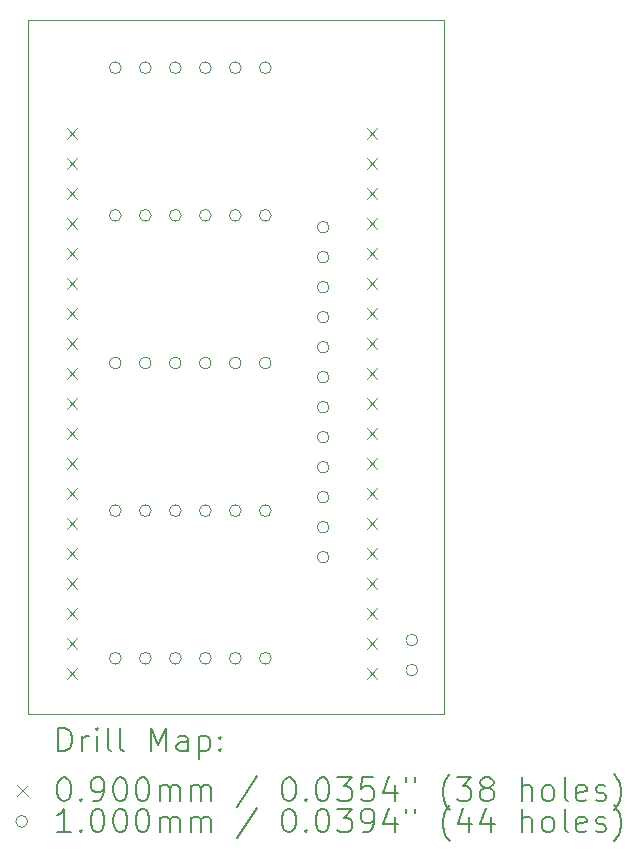
<source format=gbr>
%TF.GenerationSoftware,KiCad,Pcbnew,8.0.4-8.0.4-0~ubuntu24.04.1*%
%TF.CreationDate,2024-09-03T18:29:32+09:00*%
%TF.ProjectId,ESP32,45535033-322e-46b6-9963-61645f706362,rev?*%
%TF.SameCoordinates,Original*%
%TF.FileFunction,Drillmap*%
%TF.FilePolarity,Positive*%
%FSLAX45Y45*%
G04 Gerber Fmt 4.5, Leading zero omitted, Abs format (unit mm)*
G04 Created by KiCad (PCBNEW 8.0.4-8.0.4-0~ubuntu24.04.1) date 2024-09-03 18:29:32*
%MOMM*%
%LPD*%
G01*
G04 APERTURE LIST*
%ADD10C,0.050000*%
%ADD11C,0.200000*%
%ADD12C,0.100000*%
G04 APERTURE END LIST*
D10*
X14250000Y-7625000D02*
X17775000Y-7625000D01*
X17775000Y-13500000D01*
X14250000Y-13500000D01*
X14250000Y-7625000D01*
D11*
D12*
X14578500Y-8539500D02*
X14668500Y-8629500D01*
X14668500Y-8539500D02*
X14578500Y-8629500D01*
X14578500Y-8793500D02*
X14668500Y-8883500D01*
X14668500Y-8793500D02*
X14578500Y-8883500D01*
X14578500Y-9047500D02*
X14668500Y-9137500D01*
X14668500Y-9047500D02*
X14578500Y-9137500D01*
X14578500Y-9301500D02*
X14668500Y-9391500D01*
X14668500Y-9301500D02*
X14578500Y-9391500D01*
X14578500Y-9555500D02*
X14668500Y-9645500D01*
X14668500Y-9555500D02*
X14578500Y-9645500D01*
X14578500Y-9809500D02*
X14668500Y-9899500D01*
X14668500Y-9809500D02*
X14578500Y-9899500D01*
X14578500Y-10063500D02*
X14668500Y-10153500D01*
X14668500Y-10063500D02*
X14578500Y-10153500D01*
X14578500Y-10317500D02*
X14668500Y-10407500D01*
X14668500Y-10317500D02*
X14578500Y-10407500D01*
X14578500Y-10571500D02*
X14668500Y-10661500D01*
X14668500Y-10571500D02*
X14578500Y-10661500D01*
X14578500Y-10825500D02*
X14668500Y-10915500D01*
X14668500Y-10825500D02*
X14578500Y-10915500D01*
X14578500Y-11079500D02*
X14668500Y-11169500D01*
X14668500Y-11079500D02*
X14578500Y-11169500D01*
X14578500Y-11333500D02*
X14668500Y-11423500D01*
X14668500Y-11333500D02*
X14578500Y-11423500D01*
X14578500Y-11587500D02*
X14668500Y-11677500D01*
X14668500Y-11587500D02*
X14578500Y-11677500D01*
X14578500Y-11841500D02*
X14668500Y-11931500D01*
X14668500Y-11841500D02*
X14578500Y-11931500D01*
X14578500Y-12095500D02*
X14668500Y-12185500D01*
X14668500Y-12095500D02*
X14578500Y-12185500D01*
X14578500Y-12349500D02*
X14668500Y-12439500D01*
X14668500Y-12349500D02*
X14578500Y-12439500D01*
X14578500Y-12603500D02*
X14668500Y-12693500D01*
X14668500Y-12603500D02*
X14578500Y-12693500D01*
X14578500Y-12857500D02*
X14668500Y-12947500D01*
X14668500Y-12857500D02*
X14578500Y-12947500D01*
X14578500Y-13111500D02*
X14668500Y-13201500D01*
X14668500Y-13111500D02*
X14578500Y-13201500D01*
X17118500Y-8539500D02*
X17208500Y-8629500D01*
X17208500Y-8539500D02*
X17118500Y-8629500D01*
X17118500Y-8793500D02*
X17208500Y-8883500D01*
X17208500Y-8793500D02*
X17118500Y-8883500D01*
X17118500Y-9047500D02*
X17208500Y-9137500D01*
X17208500Y-9047500D02*
X17118500Y-9137500D01*
X17118500Y-9301500D02*
X17208500Y-9391500D01*
X17208500Y-9301500D02*
X17118500Y-9391500D01*
X17118500Y-9555500D02*
X17208500Y-9645500D01*
X17208500Y-9555500D02*
X17118500Y-9645500D01*
X17118500Y-9809500D02*
X17208500Y-9899500D01*
X17208500Y-9809500D02*
X17118500Y-9899500D01*
X17118500Y-10063500D02*
X17208500Y-10153500D01*
X17208500Y-10063500D02*
X17118500Y-10153500D01*
X17118500Y-10317500D02*
X17208500Y-10407500D01*
X17208500Y-10317500D02*
X17118500Y-10407500D01*
X17118500Y-10571500D02*
X17208500Y-10661500D01*
X17208500Y-10571500D02*
X17118500Y-10661500D01*
X17118500Y-10825500D02*
X17208500Y-10915500D01*
X17208500Y-10825500D02*
X17118500Y-10915500D01*
X17118500Y-11079500D02*
X17208500Y-11169500D01*
X17208500Y-11079500D02*
X17118500Y-11169500D01*
X17118500Y-11333500D02*
X17208500Y-11423500D01*
X17208500Y-11333500D02*
X17118500Y-11423500D01*
X17118500Y-11587500D02*
X17208500Y-11677500D01*
X17208500Y-11587500D02*
X17118500Y-11677500D01*
X17118500Y-11841500D02*
X17208500Y-11931500D01*
X17208500Y-11841500D02*
X17118500Y-11931500D01*
X17118500Y-12095500D02*
X17208500Y-12185500D01*
X17208500Y-12095500D02*
X17118500Y-12185500D01*
X17118500Y-12349500D02*
X17208500Y-12439500D01*
X17208500Y-12349500D02*
X17118500Y-12439500D01*
X17118500Y-12603500D02*
X17208500Y-12693500D01*
X17208500Y-12603500D02*
X17118500Y-12693500D01*
X17118500Y-12857500D02*
X17208500Y-12947500D01*
X17208500Y-12857500D02*
X17118500Y-12947500D01*
X17118500Y-13111500D02*
X17208500Y-13201500D01*
X17208500Y-13111500D02*
X17118500Y-13201500D01*
X15040000Y-8025000D02*
G75*
G02*
X14940000Y-8025000I-50000J0D01*
G01*
X14940000Y-8025000D02*
G75*
G02*
X15040000Y-8025000I50000J0D01*
G01*
X15040000Y-9275000D02*
G75*
G02*
X14940000Y-9275000I-50000J0D01*
G01*
X14940000Y-9275000D02*
G75*
G02*
X15040000Y-9275000I50000J0D01*
G01*
X15040000Y-10525000D02*
G75*
G02*
X14940000Y-10525000I-50000J0D01*
G01*
X14940000Y-10525000D02*
G75*
G02*
X15040000Y-10525000I50000J0D01*
G01*
X15040000Y-11775000D02*
G75*
G02*
X14940000Y-11775000I-50000J0D01*
G01*
X14940000Y-11775000D02*
G75*
G02*
X15040000Y-11775000I50000J0D01*
G01*
X15040000Y-13025000D02*
G75*
G02*
X14940000Y-13025000I-50000J0D01*
G01*
X14940000Y-13025000D02*
G75*
G02*
X15040000Y-13025000I50000J0D01*
G01*
X15294000Y-8025000D02*
G75*
G02*
X15194000Y-8025000I-50000J0D01*
G01*
X15194000Y-8025000D02*
G75*
G02*
X15294000Y-8025000I50000J0D01*
G01*
X15294000Y-9275000D02*
G75*
G02*
X15194000Y-9275000I-50000J0D01*
G01*
X15194000Y-9275000D02*
G75*
G02*
X15294000Y-9275000I50000J0D01*
G01*
X15294000Y-10525000D02*
G75*
G02*
X15194000Y-10525000I-50000J0D01*
G01*
X15194000Y-10525000D02*
G75*
G02*
X15294000Y-10525000I50000J0D01*
G01*
X15294000Y-11775000D02*
G75*
G02*
X15194000Y-11775000I-50000J0D01*
G01*
X15194000Y-11775000D02*
G75*
G02*
X15294000Y-11775000I50000J0D01*
G01*
X15294000Y-13025000D02*
G75*
G02*
X15194000Y-13025000I-50000J0D01*
G01*
X15194000Y-13025000D02*
G75*
G02*
X15294000Y-13025000I50000J0D01*
G01*
X15548000Y-8025000D02*
G75*
G02*
X15448000Y-8025000I-50000J0D01*
G01*
X15448000Y-8025000D02*
G75*
G02*
X15548000Y-8025000I50000J0D01*
G01*
X15548000Y-9275000D02*
G75*
G02*
X15448000Y-9275000I-50000J0D01*
G01*
X15448000Y-9275000D02*
G75*
G02*
X15548000Y-9275000I50000J0D01*
G01*
X15548000Y-10525000D02*
G75*
G02*
X15448000Y-10525000I-50000J0D01*
G01*
X15448000Y-10525000D02*
G75*
G02*
X15548000Y-10525000I50000J0D01*
G01*
X15548000Y-11775000D02*
G75*
G02*
X15448000Y-11775000I-50000J0D01*
G01*
X15448000Y-11775000D02*
G75*
G02*
X15548000Y-11775000I50000J0D01*
G01*
X15548000Y-13025000D02*
G75*
G02*
X15448000Y-13025000I-50000J0D01*
G01*
X15448000Y-13025000D02*
G75*
G02*
X15548000Y-13025000I50000J0D01*
G01*
X15802000Y-8025000D02*
G75*
G02*
X15702000Y-8025000I-50000J0D01*
G01*
X15702000Y-8025000D02*
G75*
G02*
X15802000Y-8025000I50000J0D01*
G01*
X15802000Y-9275000D02*
G75*
G02*
X15702000Y-9275000I-50000J0D01*
G01*
X15702000Y-9275000D02*
G75*
G02*
X15802000Y-9275000I50000J0D01*
G01*
X15802000Y-10525000D02*
G75*
G02*
X15702000Y-10525000I-50000J0D01*
G01*
X15702000Y-10525000D02*
G75*
G02*
X15802000Y-10525000I50000J0D01*
G01*
X15802000Y-11775000D02*
G75*
G02*
X15702000Y-11775000I-50000J0D01*
G01*
X15702000Y-11775000D02*
G75*
G02*
X15802000Y-11775000I50000J0D01*
G01*
X15802000Y-13025000D02*
G75*
G02*
X15702000Y-13025000I-50000J0D01*
G01*
X15702000Y-13025000D02*
G75*
G02*
X15802000Y-13025000I50000J0D01*
G01*
X16056000Y-8025000D02*
G75*
G02*
X15956000Y-8025000I-50000J0D01*
G01*
X15956000Y-8025000D02*
G75*
G02*
X16056000Y-8025000I50000J0D01*
G01*
X16056000Y-9275000D02*
G75*
G02*
X15956000Y-9275000I-50000J0D01*
G01*
X15956000Y-9275000D02*
G75*
G02*
X16056000Y-9275000I50000J0D01*
G01*
X16056000Y-10525000D02*
G75*
G02*
X15956000Y-10525000I-50000J0D01*
G01*
X15956000Y-10525000D02*
G75*
G02*
X16056000Y-10525000I50000J0D01*
G01*
X16056000Y-11775000D02*
G75*
G02*
X15956000Y-11775000I-50000J0D01*
G01*
X15956000Y-11775000D02*
G75*
G02*
X16056000Y-11775000I50000J0D01*
G01*
X16056000Y-13025000D02*
G75*
G02*
X15956000Y-13025000I-50000J0D01*
G01*
X15956000Y-13025000D02*
G75*
G02*
X16056000Y-13025000I50000J0D01*
G01*
X16310000Y-8025000D02*
G75*
G02*
X16210000Y-8025000I-50000J0D01*
G01*
X16210000Y-8025000D02*
G75*
G02*
X16310000Y-8025000I50000J0D01*
G01*
X16310000Y-9275000D02*
G75*
G02*
X16210000Y-9275000I-50000J0D01*
G01*
X16210000Y-9275000D02*
G75*
G02*
X16310000Y-9275000I50000J0D01*
G01*
X16310000Y-10525000D02*
G75*
G02*
X16210000Y-10525000I-50000J0D01*
G01*
X16210000Y-10525000D02*
G75*
G02*
X16310000Y-10525000I50000J0D01*
G01*
X16310000Y-11775000D02*
G75*
G02*
X16210000Y-11775000I-50000J0D01*
G01*
X16210000Y-11775000D02*
G75*
G02*
X16310000Y-11775000I50000J0D01*
G01*
X16310000Y-13025000D02*
G75*
G02*
X16210000Y-13025000I-50000J0D01*
G01*
X16210000Y-13025000D02*
G75*
G02*
X16310000Y-13025000I50000J0D01*
G01*
X16800000Y-9375000D02*
G75*
G02*
X16700000Y-9375000I-50000J0D01*
G01*
X16700000Y-9375000D02*
G75*
G02*
X16800000Y-9375000I50000J0D01*
G01*
X16800000Y-9629000D02*
G75*
G02*
X16700000Y-9629000I-50000J0D01*
G01*
X16700000Y-9629000D02*
G75*
G02*
X16800000Y-9629000I50000J0D01*
G01*
X16800000Y-9883000D02*
G75*
G02*
X16700000Y-9883000I-50000J0D01*
G01*
X16700000Y-9883000D02*
G75*
G02*
X16800000Y-9883000I50000J0D01*
G01*
X16800000Y-10137000D02*
G75*
G02*
X16700000Y-10137000I-50000J0D01*
G01*
X16700000Y-10137000D02*
G75*
G02*
X16800000Y-10137000I50000J0D01*
G01*
X16800000Y-10391000D02*
G75*
G02*
X16700000Y-10391000I-50000J0D01*
G01*
X16700000Y-10391000D02*
G75*
G02*
X16800000Y-10391000I50000J0D01*
G01*
X16800000Y-10645000D02*
G75*
G02*
X16700000Y-10645000I-50000J0D01*
G01*
X16700000Y-10645000D02*
G75*
G02*
X16800000Y-10645000I50000J0D01*
G01*
X16800000Y-10899000D02*
G75*
G02*
X16700000Y-10899000I-50000J0D01*
G01*
X16700000Y-10899000D02*
G75*
G02*
X16800000Y-10899000I50000J0D01*
G01*
X16800000Y-11153000D02*
G75*
G02*
X16700000Y-11153000I-50000J0D01*
G01*
X16700000Y-11153000D02*
G75*
G02*
X16800000Y-11153000I50000J0D01*
G01*
X16800000Y-11407000D02*
G75*
G02*
X16700000Y-11407000I-50000J0D01*
G01*
X16700000Y-11407000D02*
G75*
G02*
X16800000Y-11407000I50000J0D01*
G01*
X16800000Y-11661000D02*
G75*
G02*
X16700000Y-11661000I-50000J0D01*
G01*
X16700000Y-11661000D02*
G75*
G02*
X16800000Y-11661000I50000J0D01*
G01*
X16800000Y-11915000D02*
G75*
G02*
X16700000Y-11915000I-50000J0D01*
G01*
X16700000Y-11915000D02*
G75*
G02*
X16800000Y-11915000I50000J0D01*
G01*
X16800000Y-12169000D02*
G75*
G02*
X16700000Y-12169000I-50000J0D01*
G01*
X16700000Y-12169000D02*
G75*
G02*
X16800000Y-12169000I50000J0D01*
G01*
X17550000Y-12871000D02*
G75*
G02*
X17450000Y-12871000I-50000J0D01*
G01*
X17450000Y-12871000D02*
G75*
G02*
X17550000Y-12871000I50000J0D01*
G01*
X17550000Y-13125000D02*
G75*
G02*
X17450000Y-13125000I-50000J0D01*
G01*
X17450000Y-13125000D02*
G75*
G02*
X17550000Y-13125000I50000J0D01*
G01*
D11*
X14508277Y-13813984D02*
X14508277Y-13613984D01*
X14508277Y-13613984D02*
X14555896Y-13613984D01*
X14555896Y-13613984D02*
X14584467Y-13623508D01*
X14584467Y-13623508D02*
X14603515Y-13642555D01*
X14603515Y-13642555D02*
X14613039Y-13661603D01*
X14613039Y-13661603D02*
X14622562Y-13699698D01*
X14622562Y-13699698D02*
X14622562Y-13728269D01*
X14622562Y-13728269D02*
X14613039Y-13766365D01*
X14613039Y-13766365D02*
X14603515Y-13785412D01*
X14603515Y-13785412D02*
X14584467Y-13804460D01*
X14584467Y-13804460D02*
X14555896Y-13813984D01*
X14555896Y-13813984D02*
X14508277Y-13813984D01*
X14708277Y-13813984D02*
X14708277Y-13680650D01*
X14708277Y-13718746D02*
X14717801Y-13699698D01*
X14717801Y-13699698D02*
X14727324Y-13690174D01*
X14727324Y-13690174D02*
X14746372Y-13680650D01*
X14746372Y-13680650D02*
X14765420Y-13680650D01*
X14832086Y-13813984D02*
X14832086Y-13680650D01*
X14832086Y-13613984D02*
X14822562Y-13623508D01*
X14822562Y-13623508D02*
X14832086Y-13633031D01*
X14832086Y-13633031D02*
X14841610Y-13623508D01*
X14841610Y-13623508D02*
X14832086Y-13613984D01*
X14832086Y-13613984D02*
X14832086Y-13633031D01*
X14955896Y-13813984D02*
X14936848Y-13804460D01*
X14936848Y-13804460D02*
X14927324Y-13785412D01*
X14927324Y-13785412D02*
X14927324Y-13613984D01*
X15060658Y-13813984D02*
X15041610Y-13804460D01*
X15041610Y-13804460D02*
X15032086Y-13785412D01*
X15032086Y-13785412D02*
X15032086Y-13613984D01*
X15289229Y-13813984D02*
X15289229Y-13613984D01*
X15289229Y-13613984D02*
X15355896Y-13756841D01*
X15355896Y-13756841D02*
X15422562Y-13613984D01*
X15422562Y-13613984D02*
X15422562Y-13813984D01*
X15603515Y-13813984D02*
X15603515Y-13709222D01*
X15603515Y-13709222D02*
X15593991Y-13690174D01*
X15593991Y-13690174D02*
X15574943Y-13680650D01*
X15574943Y-13680650D02*
X15536848Y-13680650D01*
X15536848Y-13680650D02*
X15517801Y-13690174D01*
X15603515Y-13804460D02*
X15584467Y-13813984D01*
X15584467Y-13813984D02*
X15536848Y-13813984D01*
X15536848Y-13813984D02*
X15517801Y-13804460D01*
X15517801Y-13804460D02*
X15508277Y-13785412D01*
X15508277Y-13785412D02*
X15508277Y-13766365D01*
X15508277Y-13766365D02*
X15517801Y-13747317D01*
X15517801Y-13747317D02*
X15536848Y-13737793D01*
X15536848Y-13737793D02*
X15584467Y-13737793D01*
X15584467Y-13737793D02*
X15603515Y-13728269D01*
X15698753Y-13680650D02*
X15698753Y-13880650D01*
X15698753Y-13690174D02*
X15717801Y-13680650D01*
X15717801Y-13680650D02*
X15755896Y-13680650D01*
X15755896Y-13680650D02*
X15774943Y-13690174D01*
X15774943Y-13690174D02*
X15784467Y-13699698D01*
X15784467Y-13699698D02*
X15793991Y-13718746D01*
X15793991Y-13718746D02*
X15793991Y-13775888D01*
X15793991Y-13775888D02*
X15784467Y-13794936D01*
X15784467Y-13794936D02*
X15774943Y-13804460D01*
X15774943Y-13804460D02*
X15755896Y-13813984D01*
X15755896Y-13813984D02*
X15717801Y-13813984D01*
X15717801Y-13813984D02*
X15698753Y-13804460D01*
X15879705Y-13794936D02*
X15889229Y-13804460D01*
X15889229Y-13804460D02*
X15879705Y-13813984D01*
X15879705Y-13813984D02*
X15870182Y-13804460D01*
X15870182Y-13804460D02*
X15879705Y-13794936D01*
X15879705Y-13794936D02*
X15879705Y-13813984D01*
X15879705Y-13690174D02*
X15889229Y-13699698D01*
X15889229Y-13699698D02*
X15879705Y-13709222D01*
X15879705Y-13709222D02*
X15870182Y-13699698D01*
X15870182Y-13699698D02*
X15879705Y-13690174D01*
X15879705Y-13690174D02*
X15879705Y-13709222D01*
D12*
X14157500Y-14097500D02*
X14247500Y-14187500D01*
X14247500Y-14097500D02*
X14157500Y-14187500D01*
D11*
X14546372Y-14033984D02*
X14565420Y-14033984D01*
X14565420Y-14033984D02*
X14584467Y-14043508D01*
X14584467Y-14043508D02*
X14593991Y-14053031D01*
X14593991Y-14053031D02*
X14603515Y-14072079D01*
X14603515Y-14072079D02*
X14613039Y-14110174D01*
X14613039Y-14110174D02*
X14613039Y-14157793D01*
X14613039Y-14157793D02*
X14603515Y-14195888D01*
X14603515Y-14195888D02*
X14593991Y-14214936D01*
X14593991Y-14214936D02*
X14584467Y-14224460D01*
X14584467Y-14224460D02*
X14565420Y-14233984D01*
X14565420Y-14233984D02*
X14546372Y-14233984D01*
X14546372Y-14233984D02*
X14527324Y-14224460D01*
X14527324Y-14224460D02*
X14517801Y-14214936D01*
X14517801Y-14214936D02*
X14508277Y-14195888D01*
X14508277Y-14195888D02*
X14498753Y-14157793D01*
X14498753Y-14157793D02*
X14498753Y-14110174D01*
X14498753Y-14110174D02*
X14508277Y-14072079D01*
X14508277Y-14072079D02*
X14517801Y-14053031D01*
X14517801Y-14053031D02*
X14527324Y-14043508D01*
X14527324Y-14043508D02*
X14546372Y-14033984D01*
X14698753Y-14214936D02*
X14708277Y-14224460D01*
X14708277Y-14224460D02*
X14698753Y-14233984D01*
X14698753Y-14233984D02*
X14689229Y-14224460D01*
X14689229Y-14224460D02*
X14698753Y-14214936D01*
X14698753Y-14214936D02*
X14698753Y-14233984D01*
X14803515Y-14233984D02*
X14841610Y-14233984D01*
X14841610Y-14233984D02*
X14860658Y-14224460D01*
X14860658Y-14224460D02*
X14870182Y-14214936D01*
X14870182Y-14214936D02*
X14889229Y-14186365D01*
X14889229Y-14186365D02*
X14898753Y-14148269D01*
X14898753Y-14148269D02*
X14898753Y-14072079D01*
X14898753Y-14072079D02*
X14889229Y-14053031D01*
X14889229Y-14053031D02*
X14879705Y-14043508D01*
X14879705Y-14043508D02*
X14860658Y-14033984D01*
X14860658Y-14033984D02*
X14822562Y-14033984D01*
X14822562Y-14033984D02*
X14803515Y-14043508D01*
X14803515Y-14043508D02*
X14793991Y-14053031D01*
X14793991Y-14053031D02*
X14784467Y-14072079D01*
X14784467Y-14072079D02*
X14784467Y-14119698D01*
X14784467Y-14119698D02*
X14793991Y-14138746D01*
X14793991Y-14138746D02*
X14803515Y-14148269D01*
X14803515Y-14148269D02*
X14822562Y-14157793D01*
X14822562Y-14157793D02*
X14860658Y-14157793D01*
X14860658Y-14157793D02*
X14879705Y-14148269D01*
X14879705Y-14148269D02*
X14889229Y-14138746D01*
X14889229Y-14138746D02*
X14898753Y-14119698D01*
X15022562Y-14033984D02*
X15041610Y-14033984D01*
X15041610Y-14033984D02*
X15060658Y-14043508D01*
X15060658Y-14043508D02*
X15070182Y-14053031D01*
X15070182Y-14053031D02*
X15079705Y-14072079D01*
X15079705Y-14072079D02*
X15089229Y-14110174D01*
X15089229Y-14110174D02*
X15089229Y-14157793D01*
X15089229Y-14157793D02*
X15079705Y-14195888D01*
X15079705Y-14195888D02*
X15070182Y-14214936D01*
X15070182Y-14214936D02*
X15060658Y-14224460D01*
X15060658Y-14224460D02*
X15041610Y-14233984D01*
X15041610Y-14233984D02*
X15022562Y-14233984D01*
X15022562Y-14233984D02*
X15003515Y-14224460D01*
X15003515Y-14224460D02*
X14993991Y-14214936D01*
X14993991Y-14214936D02*
X14984467Y-14195888D01*
X14984467Y-14195888D02*
X14974943Y-14157793D01*
X14974943Y-14157793D02*
X14974943Y-14110174D01*
X14974943Y-14110174D02*
X14984467Y-14072079D01*
X14984467Y-14072079D02*
X14993991Y-14053031D01*
X14993991Y-14053031D02*
X15003515Y-14043508D01*
X15003515Y-14043508D02*
X15022562Y-14033984D01*
X15213039Y-14033984D02*
X15232086Y-14033984D01*
X15232086Y-14033984D02*
X15251134Y-14043508D01*
X15251134Y-14043508D02*
X15260658Y-14053031D01*
X15260658Y-14053031D02*
X15270182Y-14072079D01*
X15270182Y-14072079D02*
X15279705Y-14110174D01*
X15279705Y-14110174D02*
X15279705Y-14157793D01*
X15279705Y-14157793D02*
X15270182Y-14195888D01*
X15270182Y-14195888D02*
X15260658Y-14214936D01*
X15260658Y-14214936D02*
X15251134Y-14224460D01*
X15251134Y-14224460D02*
X15232086Y-14233984D01*
X15232086Y-14233984D02*
X15213039Y-14233984D01*
X15213039Y-14233984D02*
X15193991Y-14224460D01*
X15193991Y-14224460D02*
X15184467Y-14214936D01*
X15184467Y-14214936D02*
X15174943Y-14195888D01*
X15174943Y-14195888D02*
X15165420Y-14157793D01*
X15165420Y-14157793D02*
X15165420Y-14110174D01*
X15165420Y-14110174D02*
X15174943Y-14072079D01*
X15174943Y-14072079D02*
X15184467Y-14053031D01*
X15184467Y-14053031D02*
X15193991Y-14043508D01*
X15193991Y-14043508D02*
X15213039Y-14033984D01*
X15365420Y-14233984D02*
X15365420Y-14100650D01*
X15365420Y-14119698D02*
X15374943Y-14110174D01*
X15374943Y-14110174D02*
X15393991Y-14100650D01*
X15393991Y-14100650D02*
X15422563Y-14100650D01*
X15422563Y-14100650D02*
X15441610Y-14110174D01*
X15441610Y-14110174D02*
X15451134Y-14129222D01*
X15451134Y-14129222D02*
X15451134Y-14233984D01*
X15451134Y-14129222D02*
X15460658Y-14110174D01*
X15460658Y-14110174D02*
X15479705Y-14100650D01*
X15479705Y-14100650D02*
X15508277Y-14100650D01*
X15508277Y-14100650D02*
X15527324Y-14110174D01*
X15527324Y-14110174D02*
X15536848Y-14129222D01*
X15536848Y-14129222D02*
X15536848Y-14233984D01*
X15632086Y-14233984D02*
X15632086Y-14100650D01*
X15632086Y-14119698D02*
X15641610Y-14110174D01*
X15641610Y-14110174D02*
X15660658Y-14100650D01*
X15660658Y-14100650D02*
X15689229Y-14100650D01*
X15689229Y-14100650D02*
X15708277Y-14110174D01*
X15708277Y-14110174D02*
X15717801Y-14129222D01*
X15717801Y-14129222D02*
X15717801Y-14233984D01*
X15717801Y-14129222D02*
X15727324Y-14110174D01*
X15727324Y-14110174D02*
X15746372Y-14100650D01*
X15746372Y-14100650D02*
X15774943Y-14100650D01*
X15774943Y-14100650D02*
X15793991Y-14110174D01*
X15793991Y-14110174D02*
X15803515Y-14129222D01*
X15803515Y-14129222D02*
X15803515Y-14233984D01*
X16193991Y-14024460D02*
X16022563Y-14281603D01*
X16451134Y-14033984D02*
X16470182Y-14033984D01*
X16470182Y-14033984D02*
X16489229Y-14043508D01*
X16489229Y-14043508D02*
X16498753Y-14053031D01*
X16498753Y-14053031D02*
X16508277Y-14072079D01*
X16508277Y-14072079D02*
X16517801Y-14110174D01*
X16517801Y-14110174D02*
X16517801Y-14157793D01*
X16517801Y-14157793D02*
X16508277Y-14195888D01*
X16508277Y-14195888D02*
X16498753Y-14214936D01*
X16498753Y-14214936D02*
X16489229Y-14224460D01*
X16489229Y-14224460D02*
X16470182Y-14233984D01*
X16470182Y-14233984D02*
X16451134Y-14233984D01*
X16451134Y-14233984D02*
X16432086Y-14224460D01*
X16432086Y-14224460D02*
X16422563Y-14214936D01*
X16422563Y-14214936D02*
X16413039Y-14195888D01*
X16413039Y-14195888D02*
X16403515Y-14157793D01*
X16403515Y-14157793D02*
X16403515Y-14110174D01*
X16403515Y-14110174D02*
X16413039Y-14072079D01*
X16413039Y-14072079D02*
X16422563Y-14053031D01*
X16422563Y-14053031D02*
X16432086Y-14043508D01*
X16432086Y-14043508D02*
X16451134Y-14033984D01*
X16603515Y-14214936D02*
X16613039Y-14224460D01*
X16613039Y-14224460D02*
X16603515Y-14233984D01*
X16603515Y-14233984D02*
X16593991Y-14224460D01*
X16593991Y-14224460D02*
X16603515Y-14214936D01*
X16603515Y-14214936D02*
X16603515Y-14233984D01*
X16736848Y-14033984D02*
X16755896Y-14033984D01*
X16755896Y-14033984D02*
X16774944Y-14043508D01*
X16774944Y-14043508D02*
X16784468Y-14053031D01*
X16784468Y-14053031D02*
X16793991Y-14072079D01*
X16793991Y-14072079D02*
X16803515Y-14110174D01*
X16803515Y-14110174D02*
X16803515Y-14157793D01*
X16803515Y-14157793D02*
X16793991Y-14195888D01*
X16793991Y-14195888D02*
X16784468Y-14214936D01*
X16784468Y-14214936D02*
X16774944Y-14224460D01*
X16774944Y-14224460D02*
X16755896Y-14233984D01*
X16755896Y-14233984D02*
X16736848Y-14233984D01*
X16736848Y-14233984D02*
X16717801Y-14224460D01*
X16717801Y-14224460D02*
X16708277Y-14214936D01*
X16708277Y-14214936D02*
X16698753Y-14195888D01*
X16698753Y-14195888D02*
X16689229Y-14157793D01*
X16689229Y-14157793D02*
X16689229Y-14110174D01*
X16689229Y-14110174D02*
X16698753Y-14072079D01*
X16698753Y-14072079D02*
X16708277Y-14053031D01*
X16708277Y-14053031D02*
X16717801Y-14043508D01*
X16717801Y-14043508D02*
X16736848Y-14033984D01*
X16870182Y-14033984D02*
X16993991Y-14033984D01*
X16993991Y-14033984D02*
X16927325Y-14110174D01*
X16927325Y-14110174D02*
X16955896Y-14110174D01*
X16955896Y-14110174D02*
X16974944Y-14119698D01*
X16974944Y-14119698D02*
X16984468Y-14129222D01*
X16984468Y-14129222D02*
X16993991Y-14148269D01*
X16993991Y-14148269D02*
X16993991Y-14195888D01*
X16993991Y-14195888D02*
X16984468Y-14214936D01*
X16984468Y-14214936D02*
X16974944Y-14224460D01*
X16974944Y-14224460D02*
X16955896Y-14233984D01*
X16955896Y-14233984D02*
X16898753Y-14233984D01*
X16898753Y-14233984D02*
X16879706Y-14224460D01*
X16879706Y-14224460D02*
X16870182Y-14214936D01*
X17174944Y-14033984D02*
X17079706Y-14033984D01*
X17079706Y-14033984D02*
X17070182Y-14129222D01*
X17070182Y-14129222D02*
X17079706Y-14119698D01*
X17079706Y-14119698D02*
X17098753Y-14110174D01*
X17098753Y-14110174D02*
X17146372Y-14110174D01*
X17146372Y-14110174D02*
X17165420Y-14119698D01*
X17165420Y-14119698D02*
X17174944Y-14129222D01*
X17174944Y-14129222D02*
X17184468Y-14148269D01*
X17184468Y-14148269D02*
X17184468Y-14195888D01*
X17184468Y-14195888D02*
X17174944Y-14214936D01*
X17174944Y-14214936D02*
X17165420Y-14224460D01*
X17165420Y-14224460D02*
X17146372Y-14233984D01*
X17146372Y-14233984D02*
X17098753Y-14233984D01*
X17098753Y-14233984D02*
X17079706Y-14224460D01*
X17079706Y-14224460D02*
X17070182Y-14214936D01*
X17355896Y-14100650D02*
X17355896Y-14233984D01*
X17308277Y-14024460D02*
X17260658Y-14167317D01*
X17260658Y-14167317D02*
X17384468Y-14167317D01*
X17451134Y-14033984D02*
X17451134Y-14072079D01*
X17527325Y-14033984D02*
X17527325Y-14072079D01*
X17822563Y-14310174D02*
X17813039Y-14300650D01*
X17813039Y-14300650D02*
X17793991Y-14272079D01*
X17793991Y-14272079D02*
X17784468Y-14253031D01*
X17784468Y-14253031D02*
X17774944Y-14224460D01*
X17774944Y-14224460D02*
X17765420Y-14176841D01*
X17765420Y-14176841D02*
X17765420Y-14138746D01*
X17765420Y-14138746D02*
X17774944Y-14091127D01*
X17774944Y-14091127D02*
X17784468Y-14062555D01*
X17784468Y-14062555D02*
X17793991Y-14043508D01*
X17793991Y-14043508D02*
X17813039Y-14014936D01*
X17813039Y-14014936D02*
X17822563Y-14005412D01*
X17879706Y-14033984D02*
X18003515Y-14033984D01*
X18003515Y-14033984D02*
X17936849Y-14110174D01*
X17936849Y-14110174D02*
X17965420Y-14110174D01*
X17965420Y-14110174D02*
X17984468Y-14119698D01*
X17984468Y-14119698D02*
X17993991Y-14129222D01*
X17993991Y-14129222D02*
X18003515Y-14148269D01*
X18003515Y-14148269D02*
X18003515Y-14195888D01*
X18003515Y-14195888D02*
X17993991Y-14214936D01*
X17993991Y-14214936D02*
X17984468Y-14224460D01*
X17984468Y-14224460D02*
X17965420Y-14233984D01*
X17965420Y-14233984D02*
X17908277Y-14233984D01*
X17908277Y-14233984D02*
X17889230Y-14224460D01*
X17889230Y-14224460D02*
X17879706Y-14214936D01*
X18117801Y-14119698D02*
X18098753Y-14110174D01*
X18098753Y-14110174D02*
X18089230Y-14100650D01*
X18089230Y-14100650D02*
X18079706Y-14081603D01*
X18079706Y-14081603D02*
X18079706Y-14072079D01*
X18079706Y-14072079D02*
X18089230Y-14053031D01*
X18089230Y-14053031D02*
X18098753Y-14043508D01*
X18098753Y-14043508D02*
X18117801Y-14033984D01*
X18117801Y-14033984D02*
X18155896Y-14033984D01*
X18155896Y-14033984D02*
X18174944Y-14043508D01*
X18174944Y-14043508D02*
X18184468Y-14053031D01*
X18184468Y-14053031D02*
X18193991Y-14072079D01*
X18193991Y-14072079D02*
X18193991Y-14081603D01*
X18193991Y-14081603D02*
X18184468Y-14100650D01*
X18184468Y-14100650D02*
X18174944Y-14110174D01*
X18174944Y-14110174D02*
X18155896Y-14119698D01*
X18155896Y-14119698D02*
X18117801Y-14119698D01*
X18117801Y-14119698D02*
X18098753Y-14129222D01*
X18098753Y-14129222D02*
X18089230Y-14138746D01*
X18089230Y-14138746D02*
X18079706Y-14157793D01*
X18079706Y-14157793D02*
X18079706Y-14195888D01*
X18079706Y-14195888D02*
X18089230Y-14214936D01*
X18089230Y-14214936D02*
X18098753Y-14224460D01*
X18098753Y-14224460D02*
X18117801Y-14233984D01*
X18117801Y-14233984D02*
X18155896Y-14233984D01*
X18155896Y-14233984D02*
X18174944Y-14224460D01*
X18174944Y-14224460D02*
X18184468Y-14214936D01*
X18184468Y-14214936D02*
X18193991Y-14195888D01*
X18193991Y-14195888D02*
X18193991Y-14157793D01*
X18193991Y-14157793D02*
X18184468Y-14138746D01*
X18184468Y-14138746D02*
X18174944Y-14129222D01*
X18174944Y-14129222D02*
X18155896Y-14119698D01*
X18432087Y-14233984D02*
X18432087Y-14033984D01*
X18517801Y-14233984D02*
X18517801Y-14129222D01*
X18517801Y-14129222D02*
X18508277Y-14110174D01*
X18508277Y-14110174D02*
X18489230Y-14100650D01*
X18489230Y-14100650D02*
X18460658Y-14100650D01*
X18460658Y-14100650D02*
X18441611Y-14110174D01*
X18441611Y-14110174D02*
X18432087Y-14119698D01*
X18641611Y-14233984D02*
X18622563Y-14224460D01*
X18622563Y-14224460D02*
X18613039Y-14214936D01*
X18613039Y-14214936D02*
X18603515Y-14195888D01*
X18603515Y-14195888D02*
X18603515Y-14138746D01*
X18603515Y-14138746D02*
X18613039Y-14119698D01*
X18613039Y-14119698D02*
X18622563Y-14110174D01*
X18622563Y-14110174D02*
X18641611Y-14100650D01*
X18641611Y-14100650D02*
X18670182Y-14100650D01*
X18670182Y-14100650D02*
X18689230Y-14110174D01*
X18689230Y-14110174D02*
X18698753Y-14119698D01*
X18698753Y-14119698D02*
X18708277Y-14138746D01*
X18708277Y-14138746D02*
X18708277Y-14195888D01*
X18708277Y-14195888D02*
X18698753Y-14214936D01*
X18698753Y-14214936D02*
X18689230Y-14224460D01*
X18689230Y-14224460D02*
X18670182Y-14233984D01*
X18670182Y-14233984D02*
X18641611Y-14233984D01*
X18822563Y-14233984D02*
X18803515Y-14224460D01*
X18803515Y-14224460D02*
X18793992Y-14205412D01*
X18793992Y-14205412D02*
X18793992Y-14033984D01*
X18974944Y-14224460D02*
X18955896Y-14233984D01*
X18955896Y-14233984D02*
X18917801Y-14233984D01*
X18917801Y-14233984D02*
X18898753Y-14224460D01*
X18898753Y-14224460D02*
X18889230Y-14205412D01*
X18889230Y-14205412D02*
X18889230Y-14129222D01*
X18889230Y-14129222D02*
X18898753Y-14110174D01*
X18898753Y-14110174D02*
X18917801Y-14100650D01*
X18917801Y-14100650D02*
X18955896Y-14100650D01*
X18955896Y-14100650D02*
X18974944Y-14110174D01*
X18974944Y-14110174D02*
X18984468Y-14129222D01*
X18984468Y-14129222D02*
X18984468Y-14148269D01*
X18984468Y-14148269D02*
X18889230Y-14167317D01*
X19060658Y-14224460D02*
X19079706Y-14233984D01*
X19079706Y-14233984D02*
X19117801Y-14233984D01*
X19117801Y-14233984D02*
X19136849Y-14224460D01*
X19136849Y-14224460D02*
X19146373Y-14205412D01*
X19146373Y-14205412D02*
X19146373Y-14195888D01*
X19146373Y-14195888D02*
X19136849Y-14176841D01*
X19136849Y-14176841D02*
X19117801Y-14167317D01*
X19117801Y-14167317D02*
X19089230Y-14167317D01*
X19089230Y-14167317D02*
X19070182Y-14157793D01*
X19070182Y-14157793D02*
X19060658Y-14138746D01*
X19060658Y-14138746D02*
X19060658Y-14129222D01*
X19060658Y-14129222D02*
X19070182Y-14110174D01*
X19070182Y-14110174D02*
X19089230Y-14100650D01*
X19089230Y-14100650D02*
X19117801Y-14100650D01*
X19117801Y-14100650D02*
X19136849Y-14110174D01*
X19213039Y-14310174D02*
X19222563Y-14300650D01*
X19222563Y-14300650D02*
X19241611Y-14272079D01*
X19241611Y-14272079D02*
X19251134Y-14253031D01*
X19251134Y-14253031D02*
X19260658Y-14224460D01*
X19260658Y-14224460D02*
X19270182Y-14176841D01*
X19270182Y-14176841D02*
X19270182Y-14138746D01*
X19270182Y-14138746D02*
X19260658Y-14091127D01*
X19260658Y-14091127D02*
X19251134Y-14062555D01*
X19251134Y-14062555D02*
X19241611Y-14043508D01*
X19241611Y-14043508D02*
X19222563Y-14014936D01*
X19222563Y-14014936D02*
X19213039Y-14005412D01*
D12*
X14247500Y-14406500D02*
G75*
G02*
X14147500Y-14406500I-50000J0D01*
G01*
X14147500Y-14406500D02*
G75*
G02*
X14247500Y-14406500I50000J0D01*
G01*
D11*
X14613039Y-14497984D02*
X14498753Y-14497984D01*
X14555896Y-14497984D02*
X14555896Y-14297984D01*
X14555896Y-14297984D02*
X14536848Y-14326555D01*
X14536848Y-14326555D02*
X14517801Y-14345603D01*
X14517801Y-14345603D02*
X14498753Y-14355127D01*
X14698753Y-14478936D02*
X14708277Y-14488460D01*
X14708277Y-14488460D02*
X14698753Y-14497984D01*
X14698753Y-14497984D02*
X14689229Y-14488460D01*
X14689229Y-14488460D02*
X14698753Y-14478936D01*
X14698753Y-14478936D02*
X14698753Y-14497984D01*
X14832086Y-14297984D02*
X14851134Y-14297984D01*
X14851134Y-14297984D02*
X14870182Y-14307508D01*
X14870182Y-14307508D02*
X14879705Y-14317031D01*
X14879705Y-14317031D02*
X14889229Y-14336079D01*
X14889229Y-14336079D02*
X14898753Y-14374174D01*
X14898753Y-14374174D02*
X14898753Y-14421793D01*
X14898753Y-14421793D02*
X14889229Y-14459888D01*
X14889229Y-14459888D02*
X14879705Y-14478936D01*
X14879705Y-14478936D02*
X14870182Y-14488460D01*
X14870182Y-14488460D02*
X14851134Y-14497984D01*
X14851134Y-14497984D02*
X14832086Y-14497984D01*
X14832086Y-14497984D02*
X14813039Y-14488460D01*
X14813039Y-14488460D02*
X14803515Y-14478936D01*
X14803515Y-14478936D02*
X14793991Y-14459888D01*
X14793991Y-14459888D02*
X14784467Y-14421793D01*
X14784467Y-14421793D02*
X14784467Y-14374174D01*
X14784467Y-14374174D02*
X14793991Y-14336079D01*
X14793991Y-14336079D02*
X14803515Y-14317031D01*
X14803515Y-14317031D02*
X14813039Y-14307508D01*
X14813039Y-14307508D02*
X14832086Y-14297984D01*
X15022562Y-14297984D02*
X15041610Y-14297984D01*
X15041610Y-14297984D02*
X15060658Y-14307508D01*
X15060658Y-14307508D02*
X15070182Y-14317031D01*
X15070182Y-14317031D02*
X15079705Y-14336079D01*
X15079705Y-14336079D02*
X15089229Y-14374174D01*
X15089229Y-14374174D02*
X15089229Y-14421793D01*
X15089229Y-14421793D02*
X15079705Y-14459888D01*
X15079705Y-14459888D02*
X15070182Y-14478936D01*
X15070182Y-14478936D02*
X15060658Y-14488460D01*
X15060658Y-14488460D02*
X15041610Y-14497984D01*
X15041610Y-14497984D02*
X15022562Y-14497984D01*
X15022562Y-14497984D02*
X15003515Y-14488460D01*
X15003515Y-14488460D02*
X14993991Y-14478936D01*
X14993991Y-14478936D02*
X14984467Y-14459888D01*
X14984467Y-14459888D02*
X14974943Y-14421793D01*
X14974943Y-14421793D02*
X14974943Y-14374174D01*
X14974943Y-14374174D02*
X14984467Y-14336079D01*
X14984467Y-14336079D02*
X14993991Y-14317031D01*
X14993991Y-14317031D02*
X15003515Y-14307508D01*
X15003515Y-14307508D02*
X15022562Y-14297984D01*
X15213039Y-14297984D02*
X15232086Y-14297984D01*
X15232086Y-14297984D02*
X15251134Y-14307508D01*
X15251134Y-14307508D02*
X15260658Y-14317031D01*
X15260658Y-14317031D02*
X15270182Y-14336079D01*
X15270182Y-14336079D02*
X15279705Y-14374174D01*
X15279705Y-14374174D02*
X15279705Y-14421793D01*
X15279705Y-14421793D02*
X15270182Y-14459888D01*
X15270182Y-14459888D02*
X15260658Y-14478936D01*
X15260658Y-14478936D02*
X15251134Y-14488460D01*
X15251134Y-14488460D02*
X15232086Y-14497984D01*
X15232086Y-14497984D02*
X15213039Y-14497984D01*
X15213039Y-14497984D02*
X15193991Y-14488460D01*
X15193991Y-14488460D02*
X15184467Y-14478936D01*
X15184467Y-14478936D02*
X15174943Y-14459888D01*
X15174943Y-14459888D02*
X15165420Y-14421793D01*
X15165420Y-14421793D02*
X15165420Y-14374174D01*
X15165420Y-14374174D02*
X15174943Y-14336079D01*
X15174943Y-14336079D02*
X15184467Y-14317031D01*
X15184467Y-14317031D02*
X15193991Y-14307508D01*
X15193991Y-14307508D02*
X15213039Y-14297984D01*
X15365420Y-14497984D02*
X15365420Y-14364650D01*
X15365420Y-14383698D02*
X15374943Y-14374174D01*
X15374943Y-14374174D02*
X15393991Y-14364650D01*
X15393991Y-14364650D02*
X15422563Y-14364650D01*
X15422563Y-14364650D02*
X15441610Y-14374174D01*
X15441610Y-14374174D02*
X15451134Y-14393222D01*
X15451134Y-14393222D02*
X15451134Y-14497984D01*
X15451134Y-14393222D02*
X15460658Y-14374174D01*
X15460658Y-14374174D02*
X15479705Y-14364650D01*
X15479705Y-14364650D02*
X15508277Y-14364650D01*
X15508277Y-14364650D02*
X15527324Y-14374174D01*
X15527324Y-14374174D02*
X15536848Y-14393222D01*
X15536848Y-14393222D02*
X15536848Y-14497984D01*
X15632086Y-14497984D02*
X15632086Y-14364650D01*
X15632086Y-14383698D02*
X15641610Y-14374174D01*
X15641610Y-14374174D02*
X15660658Y-14364650D01*
X15660658Y-14364650D02*
X15689229Y-14364650D01*
X15689229Y-14364650D02*
X15708277Y-14374174D01*
X15708277Y-14374174D02*
X15717801Y-14393222D01*
X15717801Y-14393222D02*
X15717801Y-14497984D01*
X15717801Y-14393222D02*
X15727324Y-14374174D01*
X15727324Y-14374174D02*
X15746372Y-14364650D01*
X15746372Y-14364650D02*
X15774943Y-14364650D01*
X15774943Y-14364650D02*
X15793991Y-14374174D01*
X15793991Y-14374174D02*
X15803515Y-14393222D01*
X15803515Y-14393222D02*
X15803515Y-14497984D01*
X16193991Y-14288460D02*
X16022563Y-14545603D01*
X16451134Y-14297984D02*
X16470182Y-14297984D01*
X16470182Y-14297984D02*
X16489229Y-14307508D01*
X16489229Y-14307508D02*
X16498753Y-14317031D01*
X16498753Y-14317031D02*
X16508277Y-14336079D01*
X16508277Y-14336079D02*
X16517801Y-14374174D01*
X16517801Y-14374174D02*
X16517801Y-14421793D01*
X16517801Y-14421793D02*
X16508277Y-14459888D01*
X16508277Y-14459888D02*
X16498753Y-14478936D01*
X16498753Y-14478936D02*
X16489229Y-14488460D01*
X16489229Y-14488460D02*
X16470182Y-14497984D01*
X16470182Y-14497984D02*
X16451134Y-14497984D01*
X16451134Y-14497984D02*
X16432086Y-14488460D01*
X16432086Y-14488460D02*
X16422563Y-14478936D01*
X16422563Y-14478936D02*
X16413039Y-14459888D01*
X16413039Y-14459888D02*
X16403515Y-14421793D01*
X16403515Y-14421793D02*
X16403515Y-14374174D01*
X16403515Y-14374174D02*
X16413039Y-14336079D01*
X16413039Y-14336079D02*
X16422563Y-14317031D01*
X16422563Y-14317031D02*
X16432086Y-14307508D01*
X16432086Y-14307508D02*
X16451134Y-14297984D01*
X16603515Y-14478936D02*
X16613039Y-14488460D01*
X16613039Y-14488460D02*
X16603515Y-14497984D01*
X16603515Y-14497984D02*
X16593991Y-14488460D01*
X16593991Y-14488460D02*
X16603515Y-14478936D01*
X16603515Y-14478936D02*
X16603515Y-14497984D01*
X16736848Y-14297984D02*
X16755896Y-14297984D01*
X16755896Y-14297984D02*
X16774944Y-14307508D01*
X16774944Y-14307508D02*
X16784468Y-14317031D01*
X16784468Y-14317031D02*
X16793991Y-14336079D01*
X16793991Y-14336079D02*
X16803515Y-14374174D01*
X16803515Y-14374174D02*
X16803515Y-14421793D01*
X16803515Y-14421793D02*
X16793991Y-14459888D01*
X16793991Y-14459888D02*
X16784468Y-14478936D01*
X16784468Y-14478936D02*
X16774944Y-14488460D01*
X16774944Y-14488460D02*
X16755896Y-14497984D01*
X16755896Y-14497984D02*
X16736848Y-14497984D01*
X16736848Y-14497984D02*
X16717801Y-14488460D01*
X16717801Y-14488460D02*
X16708277Y-14478936D01*
X16708277Y-14478936D02*
X16698753Y-14459888D01*
X16698753Y-14459888D02*
X16689229Y-14421793D01*
X16689229Y-14421793D02*
X16689229Y-14374174D01*
X16689229Y-14374174D02*
X16698753Y-14336079D01*
X16698753Y-14336079D02*
X16708277Y-14317031D01*
X16708277Y-14317031D02*
X16717801Y-14307508D01*
X16717801Y-14307508D02*
X16736848Y-14297984D01*
X16870182Y-14297984D02*
X16993991Y-14297984D01*
X16993991Y-14297984D02*
X16927325Y-14374174D01*
X16927325Y-14374174D02*
X16955896Y-14374174D01*
X16955896Y-14374174D02*
X16974944Y-14383698D01*
X16974944Y-14383698D02*
X16984468Y-14393222D01*
X16984468Y-14393222D02*
X16993991Y-14412269D01*
X16993991Y-14412269D02*
X16993991Y-14459888D01*
X16993991Y-14459888D02*
X16984468Y-14478936D01*
X16984468Y-14478936D02*
X16974944Y-14488460D01*
X16974944Y-14488460D02*
X16955896Y-14497984D01*
X16955896Y-14497984D02*
X16898753Y-14497984D01*
X16898753Y-14497984D02*
X16879706Y-14488460D01*
X16879706Y-14488460D02*
X16870182Y-14478936D01*
X17089229Y-14497984D02*
X17127325Y-14497984D01*
X17127325Y-14497984D02*
X17146372Y-14488460D01*
X17146372Y-14488460D02*
X17155896Y-14478936D01*
X17155896Y-14478936D02*
X17174944Y-14450365D01*
X17174944Y-14450365D02*
X17184468Y-14412269D01*
X17184468Y-14412269D02*
X17184468Y-14336079D01*
X17184468Y-14336079D02*
X17174944Y-14317031D01*
X17174944Y-14317031D02*
X17165420Y-14307508D01*
X17165420Y-14307508D02*
X17146372Y-14297984D01*
X17146372Y-14297984D02*
X17108277Y-14297984D01*
X17108277Y-14297984D02*
X17089229Y-14307508D01*
X17089229Y-14307508D02*
X17079706Y-14317031D01*
X17079706Y-14317031D02*
X17070182Y-14336079D01*
X17070182Y-14336079D02*
X17070182Y-14383698D01*
X17070182Y-14383698D02*
X17079706Y-14402746D01*
X17079706Y-14402746D02*
X17089229Y-14412269D01*
X17089229Y-14412269D02*
X17108277Y-14421793D01*
X17108277Y-14421793D02*
X17146372Y-14421793D01*
X17146372Y-14421793D02*
X17165420Y-14412269D01*
X17165420Y-14412269D02*
X17174944Y-14402746D01*
X17174944Y-14402746D02*
X17184468Y-14383698D01*
X17355896Y-14364650D02*
X17355896Y-14497984D01*
X17308277Y-14288460D02*
X17260658Y-14431317D01*
X17260658Y-14431317D02*
X17384468Y-14431317D01*
X17451134Y-14297984D02*
X17451134Y-14336079D01*
X17527325Y-14297984D02*
X17527325Y-14336079D01*
X17822563Y-14574174D02*
X17813039Y-14564650D01*
X17813039Y-14564650D02*
X17793991Y-14536079D01*
X17793991Y-14536079D02*
X17784468Y-14517031D01*
X17784468Y-14517031D02*
X17774944Y-14488460D01*
X17774944Y-14488460D02*
X17765420Y-14440841D01*
X17765420Y-14440841D02*
X17765420Y-14402746D01*
X17765420Y-14402746D02*
X17774944Y-14355127D01*
X17774944Y-14355127D02*
X17784468Y-14326555D01*
X17784468Y-14326555D02*
X17793991Y-14307508D01*
X17793991Y-14307508D02*
X17813039Y-14278936D01*
X17813039Y-14278936D02*
X17822563Y-14269412D01*
X17984468Y-14364650D02*
X17984468Y-14497984D01*
X17936849Y-14288460D02*
X17889230Y-14431317D01*
X17889230Y-14431317D02*
X18013039Y-14431317D01*
X18174944Y-14364650D02*
X18174944Y-14497984D01*
X18127325Y-14288460D02*
X18079706Y-14431317D01*
X18079706Y-14431317D02*
X18203515Y-14431317D01*
X18432087Y-14497984D02*
X18432087Y-14297984D01*
X18517801Y-14497984D02*
X18517801Y-14393222D01*
X18517801Y-14393222D02*
X18508277Y-14374174D01*
X18508277Y-14374174D02*
X18489230Y-14364650D01*
X18489230Y-14364650D02*
X18460658Y-14364650D01*
X18460658Y-14364650D02*
X18441611Y-14374174D01*
X18441611Y-14374174D02*
X18432087Y-14383698D01*
X18641611Y-14497984D02*
X18622563Y-14488460D01*
X18622563Y-14488460D02*
X18613039Y-14478936D01*
X18613039Y-14478936D02*
X18603515Y-14459888D01*
X18603515Y-14459888D02*
X18603515Y-14402746D01*
X18603515Y-14402746D02*
X18613039Y-14383698D01*
X18613039Y-14383698D02*
X18622563Y-14374174D01*
X18622563Y-14374174D02*
X18641611Y-14364650D01*
X18641611Y-14364650D02*
X18670182Y-14364650D01*
X18670182Y-14364650D02*
X18689230Y-14374174D01*
X18689230Y-14374174D02*
X18698753Y-14383698D01*
X18698753Y-14383698D02*
X18708277Y-14402746D01*
X18708277Y-14402746D02*
X18708277Y-14459888D01*
X18708277Y-14459888D02*
X18698753Y-14478936D01*
X18698753Y-14478936D02*
X18689230Y-14488460D01*
X18689230Y-14488460D02*
X18670182Y-14497984D01*
X18670182Y-14497984D02*
X18641611Y-14497984D01*
X18822563Y-14497984D02*
X18803515Y-14488460D01*
X18803515Y-14488460D02*
X18793992Y-14469412D01*
X18793992Y-14469412D02*
X18793992Y-14297984D01*
X18974944Y-14488460D02*
X18955896Y-14497984D01*
X18955896Y-14497984D02*
X18917801Y-14497984D01*
X18917801Y-14497984D02*
X18898753Y-14488460D01*
X18898753Y-14488460D02*
X18889230Y-14469412D01*
X18889230Y-14469412D02*
X18889230Y-14393222D01*
X18889230Y-14393222D02*
X18898753Y-14374174D01*
X18898753Y-14374174D02*
X18917801Y-14364650D01*
X18917801Y-14364650D02*
X18955896Y-14364650D01*
X18955896Y-14364650D02*
X18974944Y-14374174D01*
X18974944Y-14374174D02*
X18984468Y-14393222D01*
X18984468Y-14393222D02*
X18984468Y-14412269D01*
X18984468Y-14412269D02*
X18889230Y-14431317D01*
X19060658Y-14488460D02*
X19079706Y-14497984D01*
X19079706Y-14497984D02*
X19117801Y-14497984D01*
X19117801Y-14497984D02*
X19136849Y-14488460D01*
X19136849Y-14488460D02*
X19146373Y-14469412D01*
X19146373Y-14469412D02*
X19146373Y-14459888D01*
X19146373Y-14459888D02*
X19136849Y-14440841D01*
X19136849Y-14440841D02*
X19117801Y-14431317D01*
X19117801Y-14431317D02*
X19089230Y-14431317D01*
X19089230Y-14431317D02*
X19070182Y-14421793D01*
X19070182Y-14421793D02*
X19060658Y-14402746D01*
X19060658Y-14402746D02*
X19060658Y-14393222D01*
X19060658Y-14393222D02*
X19070182Y-14374174D01*
X19070182Y-14374174D02*
X19089230Y-14364650D01*
X19089230Y-14364650D02*
X19117801Y-14364650D01*
X19117801Y-14364650D02*
X19136849Y-14374174D01*
X19213039Y-14574174D02*
X19222563Y-14564650D01*
X19222563Y-14564650D02*
X19241611Y-14536079D01*
X19241611Y-14536079D02*
X19251134Y-14517031D01*
X19251134Y-14517031D02*
X19260658Y-14488460D01*
X19260658Y-14488460D02*
X19270182Y-14440841D01*
X19270182Y-14440841D02*
X19270182Y-14402746D01*
X19270182Y-14402746D02*
X19260658Y-14355127D01*
X19260658Y-14355127D02*
X19251134Y-14326555D01*
X19251134Y-14326555D02*
X19241611Y-14307508D01*
X19241611Y-14307508D02*
X19222563Y-14278936D01*
X19222563Y-14278936D02*
X19213039Y-14269412D01*
M02*

</source>
